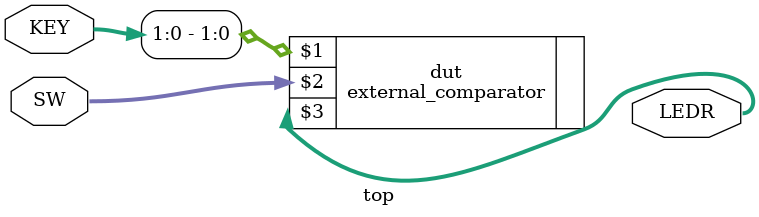
<source format=v>
module top (KEY, SW, LEDR);

    input wire [3:0] KEY;       // DE-series pushbuttons
    input wire [9:0] SW;        // DE-series switches
    
    output wire [9:0] LEDR;     // DE-series LEDs   

    external_comparator dut (KEY[1:0], SW[9:0], LEDR[9:0]);

endmodule


</source>
